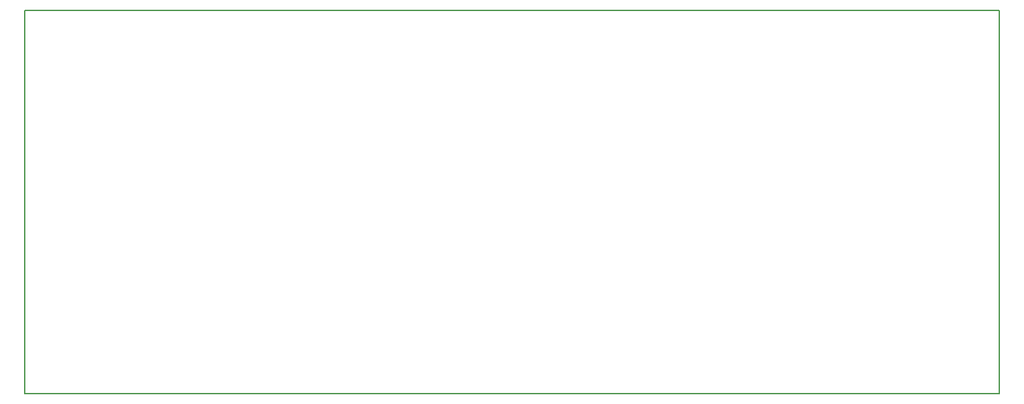
<source format=gbr>
G04 #@! TF.FileFunction,Profile,NP*
%FSLAX46Y46*%
G04 Gerber Fmt 4.6, Leading zero omitted, Abs format (unit mm)*
G04 Created by KiCad (PCBNEW 4.0.7) date 04/23/18 17:21:14*
%MOMM*%
%LPD*%
G01*
G04 APERTURE LIST*
%ADD10C,0.100000*%
%ADD11C,0.150000*%
G04 APERTURE END LIST*
D10*
D11*
X105850000Y-94750000D02*
X105850000Y-44750000D01*
X232610000Y-94750000D02*
X105850000Y-94750000D01*
X232610000Y-44750000D02*
X232610000Y-94750000D01*
X105850000Y-44750000D02*
X232610000Y-44750000D01*
M02*

</source>
